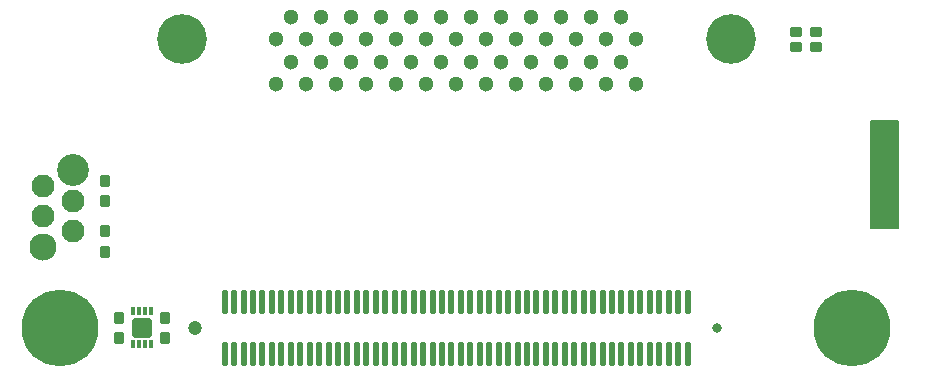
<source format=gts>
G04 #@! TF.GenerationSoftware,KiCad,Pcbnew,8.0.6*
G04 #@! TF.CreationDate,2024-11-07T02:27:23-08:00*
G04 #@! TF.ProjectId,mse-50-hd,6d73652d-3530-42d6-9864-2e6b69636164,1*
G04 #@! TF.SameCoordinates,Original*
G04 #@! TF.FileFunction,Soldermask,Top*
G04 #@! TF.FilePolarity,Negative*
%FSLAX46Y46*%
G04 Gerber Fmt 4.6, Leading zero omitted, Abs format (unit mm)*
G04 Created by KiCad (PCBNEW 8.0.6) date 2024-11-07 02:27:23*
%MOMM*%
%LPD*%
G01*
G04 APERTURE LIST*
G04 Aperture macros list*
%AMRoundRect*
0 Rectangle with rounded corners*
0 $1 Rounding radius*
0 $2 $3 $4 $5 $6 $7 $8 $9 X,Y pos of 4 corners*
0 Add a 4 corners polygon primitive as box body*
4,1,4,$2,$3,$4,$5,$6,$7,$8,$9,$2,$3,0*
0 Add four circle primitives for the rounded corners*
1,1,$1+$1,$2,$3*
1,1,$1+$1,$4,$5*
1,1,$1+$1,$6,$7*
1,1,$1+$1,$8,$9*
0 Add four rect primitives between the rounded corners*
20,1,$1+$1,$2,$3,$4,$5,0*
20,1,$1+$1,$4,$5,$6,$7,0*
20,1,$1+$1,$6,$7,$8,$9,0*
20,1,$1+$1,$8,$9,$2,$3,0*%
G04 Aperture macros list end*
%ADD10C,0.800000*%
%ADD11C,1.200000*%
%ADD12RoundRect,0.125000X0.125000X0.925000X-0.125000X0.925000X-0.125000X-0.925000X0.125000X-0.925000X0*%
%ADD13RoundRect,0.225000X0.225000X-0.275000X0.225000X0.275000X-0.225000X0.275000X-0.225000X-0.275000X0*%
%ADD14RoundRect,0.225000X-0.225000X0.275000X-0.225000X-0.275000X0.225000X-0.275000X0.225000X0.275000X0*%
%ADD15C,1.300000*%
%ADD16C,4.200000*%
%ADD17C,6.500000*%
%ADD18RoundRect,0.225000X-0.275000X-0.225000X0.275000X-0.225000X0.275000X0.225000X-0.275000X0.225000X0*%
%ADD19RoundRect,0.062500X0.137500X-0.287500X0.137500X0.287500X-0.137500X0.287500X-0.137500X-0.287500X0*%
%ADD20RoundRect,0.265625X0.584375X-0.584375X0.584375X0.584375X-0.584375X0.584375X-0.584375X-0.584375X0*%
%ADD21C,2.300000*%
%ADD22C,2.700000*%
%ADD23C,1.950000*%
%ADD24RoundRect,0.225000X0.275000X0.225000X-0.275000X0.225000X-0.275000X-0.225000X0.275000X-0.225000X0*%
G04 APERTURE END LIST*
D10*
G04 #@! TO.C,J1*
X-15400000Y4000000D03*
D11*
X-59600000Y4000000D03*
D12*
X-57100000Y1800000D03*
X-57100000Y6200000D03*
X-56300000Y1800001D03*
X-56300000Y6199999D03*
X-55500000Y1800000D03*
X-55500000Y6200000D03*
X-54700001Y1800000D03*
X-54700001Y6200000D03*
X-53900000Y1800000D03*
X-53900000Y6200000D03*
X-53100000Y1800000D03*
X-53100000Y6200000D03*
X-52299999Y1800000D03*
X-52299999Y6200000D03*
X-51500000Y1800000D03*
X-51500000Y6200000D03*
X-50700000Y1800001D03*
X-50700000Y6199999D03*
X-49900000Y1800000D03*
X-49900000Y6200000D03*
X-49100000Y1800000D03*
X-49100000Y6200000D03*
X-48300000Y1800000D03*
X-48300000Y6200000D03*
X-47500000Y1800000D03*
X-47500000Y6200000D03*
X-46699999Y1800000D03*
X-46699999Y6200000D03*
X-45900000Y1800000D03*
X-45900000Y6200000D03*
X-45100000Y1800001D03*
X-45100000Y6199999D03*
X-44300000Y1800000D03*
X-44300000Y6200000D03*
X-43500000Y1800000D03*
X-43500000Y6200000D03*
X-42700000Y1800000D03*
X-42700000Y6200000D03*
X-41900000Y1800000D03*
X-41900000Y6200000D03*
X-41099999Y1800000D03*
X-41099999Y6200000D03*
X-40300000Y1800000D03*
X-40300000Y6200000D03*
X-39500000Y1800001D03*
X-39500000Y6199999D03*
X-38700000Y1800000D03*
X-38700000Y6200000D03*
X-37900000Y1800000D03*
X-37900000Y6200000D03*
X-37100000Y1800000D03*
X-37100000Y6200000D03*
X-36300000Y1800000D03*
X-36300000Y6200000D03*
X-35500000Y1800001D03*
X-35500000Y6199999D03*
X-34700000Y1800000D03*
X-34700000Y6200000D03*
X-33900001Y1800000D03*
X-33900001Y6200000D03*
X-33100000Y1800000D03*
X-33100000Y6200000D03*
X-32300000Y1800000D03*
X-32300000Y6200000D03*
X-31500000Y1800000D03*
X-31500000Y6200000D03*
X-30700000Y1800000D03*
X-30700000Y6200000D03*
X-29900000Y1800001D03*
X-29900000Y6199999D03*
X-29100000Y1800000D03*
X-29100000Y6200000D03*
X-28300001Y1800000D03*
X-28300001Y6200000D03*
X-27500000Y1800000D03*
X-27500000Y6200000D03*
X-26700000Y1800000D03*
X-26700000Y6200000D03*
X-25900000Y1800000D03*
X-25900000Y6200000D03*
X-25100000Y1800000D03*
X-25100000Y6200000D03*
X-24300000Y1800001D03*
X-24300000Y6199999D03*
X-23500000Y1800000D03*
X-23500000Y6200000D03*
X-22700001Y1800000D03*
X-22700001Y6200000D03*
X-21900000Y1800000D03*
X-21900000Y6200000D03*
X-21100000Y1800000D03*
X-21100000Y6200000D03*
X-20299999Y1800000D03*
X-20299999Y6200000D03*
X-19500000Y1800000D03*
X-19500000Y6200000D03*
X-18700000Y1800001D03*
X-18700000Y6199999D03*
X-17900000Y1800000D03*
X-17900000Y6200000D03*
G04 #@! TD*
D13*
G04 #@! TO.C,R3*
X-67200000Y10450000D03*
X-67200000Y12150000D03*
G04 #@! TD*
D14*
G04 #@! TO.C,R2*
X-67200000Y16450000D03*
X-67200000Y14750000D03*
G04 #@! TD*
D15*
G04 #@! TO.C,J5*
X-52740001Y24606000D03*
X-51470000Y26511001D03*
X-50200000Y24606000D03*
X-48930001Y26511001D03*
X-47659999Y24606000D03*
X-46390000Y26510998D03*
X-45119999Y24606000D03*
X-43850001Y26511001D03*
X-42579998Y24606000D03*
X-41310001Y26511001D03*
X-40039997Y24606000D03*
X-38770000Y26511001D03*
X-37500000Y24606000D03*
X-36229999Y26510998D03*
X-34959999Y24606000D03*
X-33690000Y26510998D03*
X-32419998Y24606000D03*
X-31149999Y26511001D03*
X-29880001Y24606000D03*
X-28610000Y26511001D03*
X-27340000Y24606000D03*
X-26070000Y26511001D03*
X-24799999Y24606000D03*
X-23530000Y26510998D03*
X-22259999Y24606000D03*
X-52740002Y28416000D03*
X-51470000Y30320999D03*
X-50200002Y28415999D03*
X-48929998Y30320999D03*
X-47660000Y28415999D03*
X-46389999Y30320999D03*
X-45120000Y28415999D03*
X-43849998Y30320999D03*
X-42580001Y28415999D03*
X-41309999Y30320999D03*
X-40040000Y28416000D03*
X-38770000Y30320999D03*
X-37500000Y28415999D03*
X-36229999Y30320999D03*
X-34960002Y28415999D03*
X-33689997Y30320999D03*
X-32420000Y28415999D03*
X-31149999Y30320999D03*
X-29880002Y28416000D03*
X-28610000Y30320998D03*
X-27340002Y28415999D03*
X-26069998Y30320999D03*
X-24800000Y28415999D03*
X-23529999Y30320999D03*
X-22260000Y28415999D03*
D16*
X-14258999Y28415999D03*
X-60741000Y28415999D03*
G04 #@! TD*
D13*
G04 #@! TO.C,C1*
X-66050000Y3150000D03*
X-66050000Y4850000D03*
G04 #@! TD*
D17*
G04 #@! TO.C,H4*
X-4000000Y4000000D03*
G04 #@! TD*
D18*
G04 #@! TO.C,R4*
X-8750000Y27750000D03*
X-7050000Y27750000D03*
G04 #@! TD*
D13*
G04 #@! TO.C,R1*
X-62150000Y3150000D03*
X-62150000Y4850000D03*
G04 #@! TD*
D19*
G04 #@! TO.C,U1*
X-64850001Y2600000D03*
X-64350000Y2600000D03*
X-63850000Y2600000D03*
X-63349999Y2600000D03*
X-63349999Y5400000D03*
X-63850000Y5400000D03*
X-64350000Y5400000D03*
X-64850001Y5400000D03*
D20*
X-64100000Y4000000D03*
G04 #@! TD*
D21*
G04 #@! TO.C,J3*
X-72440000Y10870000D03*
D22*
X-69900000Y17340000D03*
D23*
X-72440000Y16010000D03*
X-69900000Y14740000D03*
X-72440000Y13470000D03*
X-69900000Y12200000D03*
G04 #@! TD*
D17*
G04 #@! TO.C,H3*
X-71000000Y4000000D03*
G04 #@! TD*
D24*
G04 #@! TO.C,C2*
X-7050000Y29050000D03*
X-8750000Y29050000D03*
G04 #@! TD*
G36*
X-56961Y21530315D02*
G01*
X-11206Y21477511D01*
X0Y21426000D01*
X0Y12474000D01*
X-19685Y12406961D01*
X-72489Y12361206D01*
X-124000Y12350000D01*
X-2376000Y12350000D01*
X-2443039Y12369685D01*
X-2488794Y12422489D01*
X-2500000Y12474000D01*
X-2500000Y21426000D01*
X-2480315Y21493039D01*
X-2427511Y21538794D01*
X-2376000Y21550000D01*
X-124000Y21550000D01*
X-56961Y21530315D01*
G37*
M02*

</source>
